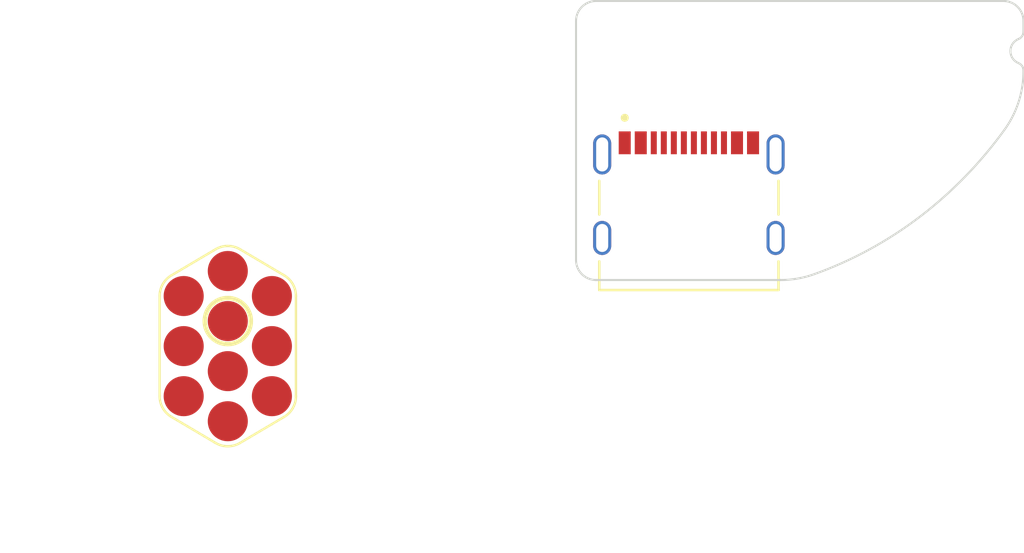
<source format=kicad_pcb>
(kicad_pcb (version 20221018) (generator pcbnew)
  (layers (0 "F.Cu" signal) (31 "B.Cu" signal) (34 "B.Paste" user) (35 "F.Paste" user) (36 "B.SilkS" user "B.Silkscreen") (37 "F.SilkS" user "F.Silkscreen") (38 "B.Mask" user) (39 "F.Mask" user) (44 "Edge.Cuts" user))
  (net 0 "")
  (footprint "watch_footprints:Watch Module Outline V2" (layer "F.Cu") (at 119.749952 74.2)
    (fp_text reference "U101" hide)
    (fp_text value "Watch_Module_Outline_V2")
    (fp_line (start -10.77931 -5.530625) (end -10.77931 6.400065) (stroke (width 0.1)) (layer "Edge.Cuts"))
    (fp_line (start -9.77931 7.400065) (end -0.579909 7.400065) (stroke (width 0.1)) (layer "Edge.Cuts"))
    (fp_line (start 10.538871 -6.530625) (end -9.77931 -6.530625) (stroke (width 0.1)) (layer "Edge.Cuts"))
    (fp_line (start 11.538871 -5.00145) (end 11.538871 -5.530625) (stroke (width 0.1)) (layer "Edge.Cuts"))
    (fp_line (start 11.538871 -3.028146) (end 11.538871 -3.059801) (stroke (width 0.1)) (layer "Edge.Cuts"))
    (fp_arc (start -10.779364 -5.530649) (mid -10.486463 -6.237748) (end -9.779364 -6.530649) (stroke (width 0.1)) (layer "Edge.Cuts"))
    (fp_arc (start -9.779324 7.400129) (mid -10.486428 7.107233) (end -10.779324 6.400129) (stroke (width 0.1)) (layer "Edge.Cuts"))
    (fp_arc (start 1.104777 7.107672) (mid 0.274986 7.326423) (end -0.579989 7.400065) (stroke (width 0.1)) (layer "Edge.Cuts"))
    (fp_arc (start 10.538871 -6.530625) (mid 11.24597 -6.237737) (end 11.538871 -5.530625) (stroke (width 0.1)) (layer "Edge.Cuts"))
    (fp_arc (start 11.291252 -3.429638) (mid 10.888862 -4.030622) (end 11.291252 -4.631612) (stroke (width 0.1)) (layer "Edge.Cuts"))
    (fp_arc (start 11.291252 -3.429638) (mid 11.471267 -3.282353) (end 11.538871 -3.0598) (stroke (width 0.1)) (layer "Edge.Cuts"))
    (fp_arc (start 11.538871 -5.00145) (mid 11.471238 -4.77892) (end 11.291252 -4.631612) (stroke (width 0.1)) (layer "Edge.Cuts"))
    (fp_arc (start 11.538871 -3.028146) (mid 11.296726 -1.490999) (end 10.593743 -0.102738) (stroke (width 0.1)) (layer "Edge.Cuts"))
    (fp_curve (pts (xy 1.104858 7.107672) (xy 4.871929 5.759506) (xy 8.175452 3.249226) (xy 10.593743 -0.102738)) (stroke (width 0.1)) (layer "Edge.Cuts"))
  )
  (footprint "watch_footprints:10-Pin Pogo Connector Male" (layer "F.Cu") (at 91.6 84.9)
    (fp_text reference "J101" hide)
    (fp_text value "10-Pin_Pogo_Connector_Male")
    (fp_line (start -3.400003 -2.500001) (end -3.4 2.5) (stroke (width 0.12)) (layer "F.SilkS"))
    (fp_line (start -2.810299 3.533216) (end -0.615958 4.830945) (stroke (width 0.12)) (layer "F.SilkS"))
    (fp_line (start -0.615958 -4.830945) (end -2.810302 -3.533217) (stroke (width 0.12)) (layer "F.SilkS"))
    (fp_line (start 0.615958 -4.830945) (end 2.810299 -3.533216) (stroke (width 0.12)) (layer "F.SilkS"))
    (fp_line (start 0.615958 4.830945) (end 2.810302 3.533217) (stroke (width 0.12)) (layer "F.SilkS"))
    (fp_line (start 3.400003 2.500001) (end 3.4 -2.5) (stroke (width 0.12)) (layer "F.SilkS"))
    (fp_arc (start -3.400003 -2.500001) (mid -3.242202 -3.094829) (end -2.810302 -3.533217) (stroke (width 0.12)) (layer "F.SilkS"))
    (fp_arc (start -2.810299 3.533216) (mid -3.242199 3.094828) (end -3.4 2.5) (stroke (width 0.12)) (layer "F.SilkS"))
    (fp_arc (start -0.615958 -4.830945) (mid 0 -5.000938) (end 0.615958 -4.830945) (stroke (width 0.12)) (layer "F.SilkS"))
    (fp_arc (start 0.615958 4.830945) (mid 0 5.000938) (end -0.615958 4.830945) (stroke (width 0.12)) (layer "F.SilkS"))
    (fp_arc (start 2.810299 -3.533216) (mid 3.242199 -3.094828) (end 3.4 -2.5) (stroke (width 0.12)) (layer "F.SilkS"))
    (fp_arc (start 3.400003 2.500001) (mid 3.242202 3.094829) (end 2.810302 3.533217) (stroke (width 0.12)) (layer "F.SilkS"))
    (fp_circle (center 0 -1.25) (end 1.1 -1.2) (stroke (width 0.12)) (fill none) (layer "F.SilkS"))
    (fp_circle (center 0 -1.25) (end 1.2 -1.2) (stroke (width 0.12)) (fill none) (layer "F.SilkS"))
    (pad "A1" smd circle (at 2.2 -2.5) (size 2 2) (layers "F.Cu" "F.Mask"))
    (pad "A2" smd circle (at 2.2 0) (size 2 2) (layers "F.Cu" "F.Mask"))
    (pad "A3" smd circle (at 2.2 2.5) (size 2 2) (layers "F.Cu" "F.Mask"))
    (pad "B1" smd circle (at 0 -3.75) (size 2 2) (layers "F.Cu" "F.Mask"))
    (pad "B2" smd circle (at 0 -1.25) (size 2 2) (layers "F.Cu" "F.Mask"))
    (pad "B3" smd circle (at 0 1.25) (size 2 2) (layers "F.Cu" "F.Mask"))
    (pad "B4" smd circle (at 0 3.75) (size 2 2) (layers "F.Cu" "F.Mask"))
    (pad "C1" smd circle (at -2.2 -2.5) (size 2 2) (layers "F.Cu" "F.Mask"))
    (pad "C2" smd circle (at -2.2 0) (size 2 2) (layers "F.Cu" "F.Mask"))
    (pad "C3" smd circle (at -2.2 2.5) (size 2 2) (layers "F.Cu" "F.Mask"))
  )
  (footprint "watch_footprints:TYPE-C-31-M-12" (layer "F.Cu") (at 114.6 79.5)
    (fp_text reference "J102" hide)
    (fp_text value "TYPE-C-31-M-12" hide)
    (fp_line (start -4.47 -2.85) (end -4.47 -1.17) (stroke (width 0.127)) (layer "F.SilkS"))
    (fp_line (start -4.47 2.6) (end -4.47 1.17) (stroke (width 0.127)) (layer "F.SilkS"))
    (fp_line (start -4.47 2.6) (end 4.47 2.6) (stroke (width 0.127)) (layer "F.SilkS"))
    (fp_line (start 4.47 -2.85) (end 4.47 -1.17) (stroke (width 0.127)) (layer "F.SilkS"))
    (fp_line (start 4.47 2.6) (end 4.47 1.17) (stroke (width 0.127)) (layer "F.SilkS"))
    (fp_circle (center -3.2 -6) (end -3.1 -6) (stroke (width 0.2)) (fill none) (layer "F.SilkS"))
    (pad "" np_thru_hole circle (at -2.89 -3.68) (size 0.6 0.6) (drill 0.6) (layers "*.Cu" "*.Mask"))
    (pad "" np_thru_hole circle (at 2.89 -3.68) (size 0.6 0.6) (drill 0.6) (layers "*.Cu" "*.Mask"))
    (pad "A1_B12" smd rect (at -3.2 -4.75) (size 0.6 1.14) (layers "F.Cu" "F.Paste"))
    (pad "A4_B9" smd rect (at -2.4 -4.75) (size 0.6 1.14) (layers "F.Cu" "F.Paste"))
    (pad "A5" smd rect (at -1.25 -4.75) (size 0.3 1.14) (layers "F.Cu" "F.Paste"))
    (pad "A6" smd rect (at -0.25 -4.75) (size 0.3 1.14) (layers "F.Cu" "F.Paste"))
    (pad "A7" smd rect (at 0.25 -4.75) (size 0.3 1.14) (layers "F.Cu" "F.Paste"))
    (pad "A8" smd rect (at 1.25 -4.75) (size 0.3 1.14) (layers "F.Cu" "F.Paste"))
    (pad "B1_A12" smd rect (at 3.2 -4.75) (size 0.6 1.14) (layers "F.Cu" "F.Paste"))
    (pad "B4_A9" smd rect (at 2.4 -4.75) (size 0.6 1.14) (layers "F.Cu" "F.Paste"))
    (pad "B5" smd rect (at 1.75 -4.75) (size 0.3 1.14) (layers "F.Cu" "F.Paste"))
    (pad "B6" smd rect (at 0.75 -4.75) (size 0.3 1.14) (layers "F.Cu" "F.Paste"))
    (pad "B7" smd rect (at -0.75 -4.75) (size 0.3 1.14) (layers "F.Cu" "F.Paste"))
    (pad "B8" smd rect (at -1.75 -4.75) (size 0.3 1.14) (layers "F.Cu" "F.Paste"))
    (pad "S1" thru_hole oval (at -4.325 -4.17) (size 0.9 2) (drill oval 0.6 1.7) (layers "*.Cu" "*.Mask"))
    (pad "S2" thru_hole oval (at 4.325 -4.17) (size 0.9 2) (drill oval 0.6 1.7) (layers "*.Cu" "*.Mask"))
    (pad "S3" thru_hole oval (at -4.325 0) (size 0.9 1.7) (drill oval 0.6 1.4) (layers "*.Cu" "*.Mask"))
    (pad "S4" thru_hole oval (at 4.325 0) (size 0.9 1.7) (drill oval 0.6 1.4) (layers "*.Cu" "*.Mask"))
  )
)
</source>
